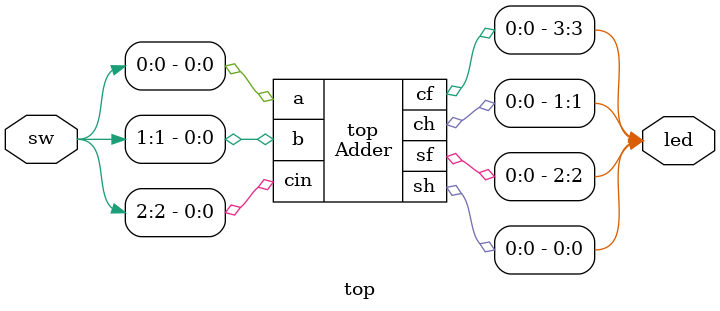
<source format=v>
`timescale 1ns / 1ps
module Adder (
input a,b,cin,
output sh,ch,sf,cf );

wire w1,w2,w3,w4;
//For Half Adder
xor (sh,a,b);
and (ch,a,b);  

// For full Adder
 xor (w1,a,b);
 xor (sf,w1,cin);
 and (w2,a,b);
 and (w3,b,cin);
 and (w4,cin,a);
 or (cf,w2,w3,w4);
endmodule


module top(sw,led);
input [2:0]sw;
output [3:0]led;
Adder top(.a(sw[0]),
            .b(sw[1]),
            .cin(sw[2]),
            .sh(led[0]),
            .ch(led[1]),
            .sf(led[2]),
            .cf(led[3])
            );
endmodule

</source>
